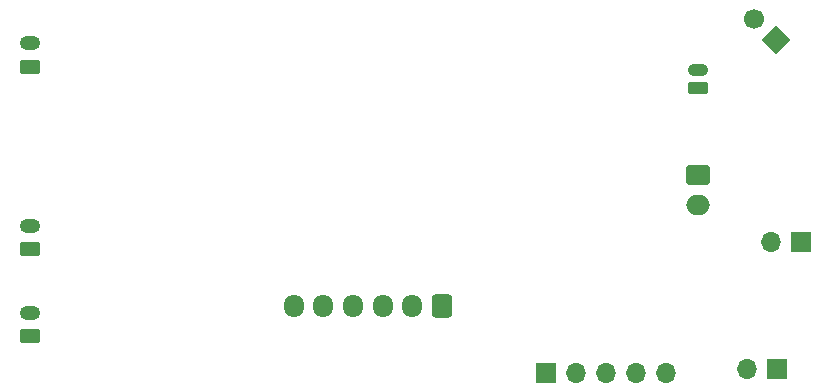
<source format=gbr>
%TF.GenerationSoftware,KiCad,Pcbnew,9.0.0*%
%TF.CreationDate,2025-06-23T21:36:03+01:00*%
%TF.ProjectId,TankHull,54616e6b-4875-46c6-9c2e-6b696361645f,rev?*%
%TF.SameCoordinates,Original*%
%TF.FileFunction,Soldermask,Bot*%
%TF.FilePolarity,Negative*%
%FSLAX46Y46*%
G04 Gerber Fmt 4.6, Leading zero omitted, Abs format (unit mm)*
G04 Created by KiCad (PCBNEW 9.0.0) date 2025-06-23 21:36:03*
%MOMM*%
%LPD*%
G01*
G04 APERTURE LIST*
G04 Aperture macros list*
%AMRoundRect*
0 Rectangle with rounded corners*
0 $1 Rounding radius*
0 $2 $3 $4 $5 $6 $7 $8 $9 X,Y pos of 4 corners*
0 Add a 4 corners polygon primitive as box body*
4,1,4,$2,$3,$4,$5,$6,$7,$8,$9,$2,$3,0*
0 Add four circle primitives for the rounded corners*
1,1,$1+$1,$2,$3*
1,1,$1+$1,$4,$5*
1,1,$1+$1,$6,$7*
1,1,$1+$1,$8,$9*
0 Add four rect primitives between the rounded corners*
20,1,$1+$1,$2,$3,$4,$5,0*
20,1,$1+$1,$4,$5,$6,$7,0*
20,1,$1+$1,$6,$7,$8,$9,0*
20,1,$1+$1,$8,$9,$2,$3,0*%
%AMHorizOval*
0 Thick line with rounded ends*
0 $1 width*
0 $2 $3 position (X,Y) of the first rounded end (center of the circle)*
0 $4 $5 position (X,Y) of the second rounded end (center of the circle)*
0 Add line between two ends*
20,1,$1,$2,$3,$4,$5,0*
0 Add two circle primitives to create the rounded ends*
1,1,$1,$2,$3*
1,1,$1,$4,$5*%
%AMRotRect*
0 Rectangle, with rotation*
0 The origin of the aperture is its center*
0 $1 length*
0 $2 width*
0 $3 Rotation angle, in degrees counterclockwise*
0 Add horizontal line*
21,1,$1,$2,0,0,$3*%
G04 Aperture macros list end*
%ADD10R,1.700000X1.700000*%
%ADD11O,1.700000X1.700000*%
%ADD12RotRect,1.700000X1.700000X225.000000*%
%ADD13HorizOval,1.700000X0.000000X0.000000X0.000000X0.000000X0*%
%ADD14RoundRect,0.250000X-0.750000X0.600000X-0.750000X-0.600000X0.750000X-0.600000X0.750000X0.600000X0*%
%ADD15O,2.000000X1.700000*%
%ADD16RoundRect,0.250000X0.625000X-0.350000X0.625000X0.350000X-0.625000X0.350000X-0.625000X-0.350000X0*%
%ADD17O,1.750000X1.200000*%
%ADD18RoundRect,0.250000X0.615000X-0.265000X0.615000X0.265000X-0.615000X0.265000X-0.615000X-0.265000X0*%
%ADD19O,1.730000X1.030000*%
%ADD20RoundRect,0.250000X0.600000X0.725000X-0.600000X0.725000X-0.600000X-0.725000X0.600000X-0.725000X0*%
%ADD21O,1.700000X1.950000*%
G04 APERTURE END LIST*
D10*
%TO.C,J7*%
X132650000Y-118325000D03*
D11*
X135190000Y-118325000D03*
X137730000Y-118325000D03*
X140270000Y-118325000D03*
X142810000Y-118325000D03*
%TD*%
D12*
%TO.C,J10*%
X152100000Y-90200000D03*
D13*
X150303949Y-88403949D03*
%TD*%
D10*
%TO.C,J9*%
X152225000Y-118025000D03*
D11*
X149685000Y-118025000D03*
%TD*%
D10*
%TO.C,J8*%
X154225000Y-107275000D03*
D11*
X151685000Y-107275000D03*
%TD*%
D14*
%TO.C,J2*%
X145542000Y-101600000D03*
D15*
X145542000Y-104100000D03*
%TD*%
D16*
%TO.C,J3*%
X88988000Y-92427000D03*
D17*
X88988000Y-90427000D03*
%TD*%
D16*
%TO.C,J4*%
X88988000Y-107877000D03*
D17*
X88988000Y-105877000D03*
%TD*%
D16*
%TO.C,J5*%
X88988000Y-115252000D03*
D17*
X88988000Y-113252000D03*
%TD*%
D18*
%TO.C,J6*%
X145542000Y-94234000D03*
D19*
X145542000Y-92734000D03*
%TD*%
D20*
%TO.C,J1*%
X123825000Y-112649000D03*
D21*
X121325000Y-112649000D03*
X118825000Y-112649000D03*
X116325000Y-112649000D03*
X113825000Y-112649000D03*
X111325000Y-112649000D03*
%TD*%
M02*

</source>
